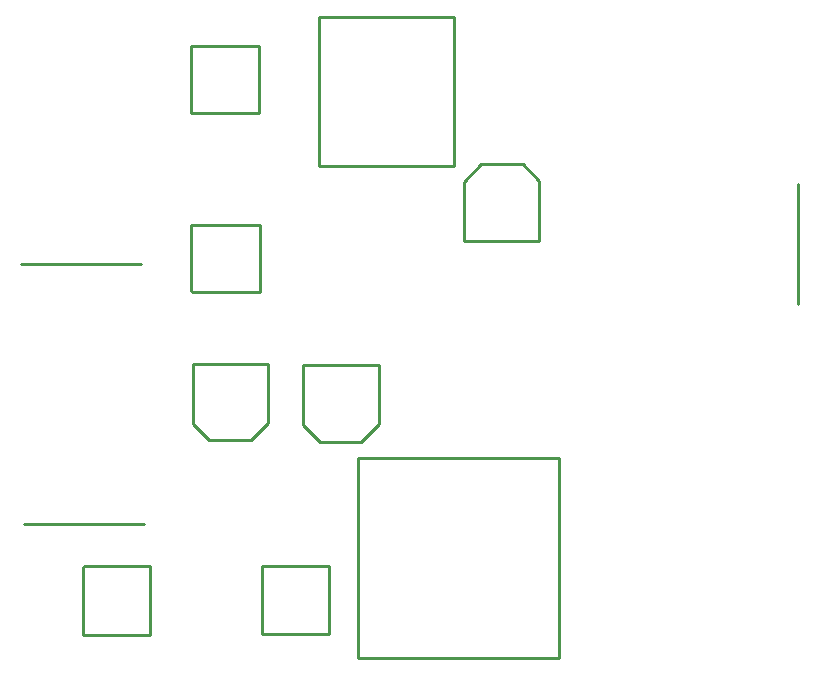
<source format=gbr>
%TF.GenerationSoftware,Altium Limited,Altium Designer,19.1.8 (144)*%
G04 Layer_Color=32768*
%FSLAX26Y26*%
%MOIN*%
%TF.FileFunction,Other,Mechanical_3*%
%TF.Part,Single*%
G01*
G75*
%TA.AperFunction,NonConductor*%
%ADD27C,0.010000*%
D27*
X582598Y1987992D02*
X809370D01*
Y2212992D01*
X581024Y1990256D02*
Y2211417D01*
X582598Y2212992D02*
X809370D01*
X583386Y1616043D02*
X810158D01*
X581811Y1614468D02*
X583386Y1616043D01*
X581811Y1393307D02*
Y1614468D01*
X810158Y1391043D02*
Y1616043D01*
X583386Y1391043D02*
X810158D01*
X817992Y250630D02*
Y477402D01*
Y250630D02*
X1042992D01*
X820256Y478976D02*
X1041417D01*
X1042992Y250630D02*
Y477402D01*
X446043Y249843D02*
Y476614D01*
X444469Y478189D02*
X446043Y476614D01*
X223307Y478189D02*
X444469D01*
X221043Y249843D02*
X446043D01*
X221043D02*
Y476614D01*
X839213Y955709D02*
Y1152559D01*
X587244D02*
X839213D01*
X587244Y951772D02*
X642362Y896654D01*
X587244Y951772D02*
Y1152559D01*
X780157Y896654D02*
X839213Y955709D01*
X642362Y896654D02*
X780157D01*
X1207047Y951496D02*
Y1148346D01*
X955079D02*
X1207047D01*
X955079Y947559D02*
X1010197Y892441D01*
X955079Y947559D02*
Y1148346D01*
X1147992Y892441D02*
X1207047Y951496D01*
X1010197Y892441D02*
X1147992D01*
X1490118Y1562441D02*
Y1759291D01*
Y1562441D02*
X1742087D01*
X1686969Y1818346D02*
X1742087Y1763228D01*
Y1562441D02*
Y1763228D01*
X1490118Y1759291D02*
X1549173Y1818346D01*
X1686969D01*
X25000Y618465D02*
X425000D01*
X15000Y1483465D02*
X415000D01*
X2605630Y1350000D02*
Y1750000D01*
X1139685Y170354D02*
Y839646D01*
X1808976Y170354D02*
Y839646D01*
X1139685D02*
X1808976D01*
X1139685Y170354D02*
X1808976D01*
X1007008Y1811968D02*
Y2308032D01*
X1459764Y1811968D02*
Y2308032D01*
X1007008Y1811968D02*
X1459764D01*
X1007008Y2308032D02*
X1459764D01*
%TF.MD5,2fde26e17734210422e0575cab9ec34c*%
M02*

</source>
